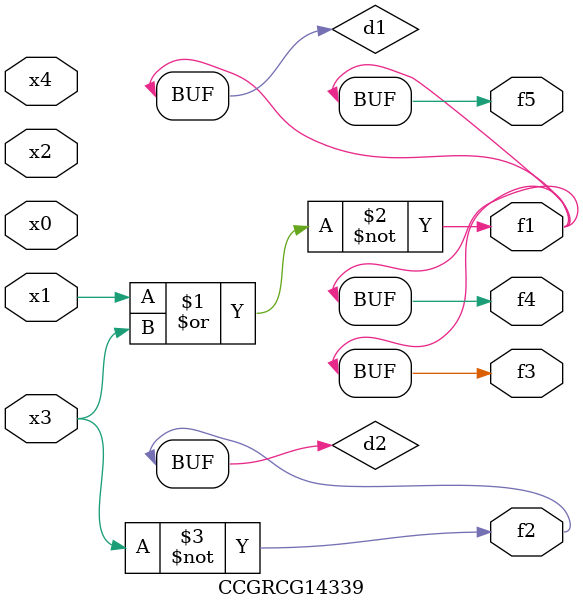
<source format=v>
module CCGRCG14339(
	input x0, x1, x2, x3, x4,
	output f1, f2, f3, f4, f5
);

	wire d1, d2;

	nor (d1, x1, x3);
	not (d2, x3);
	assign f1 = d1;
	assign f2 = d2;
	assign f3 = d1;
	assign f4 = d1;
	assign f5 = d1;
endmodule

</source>
